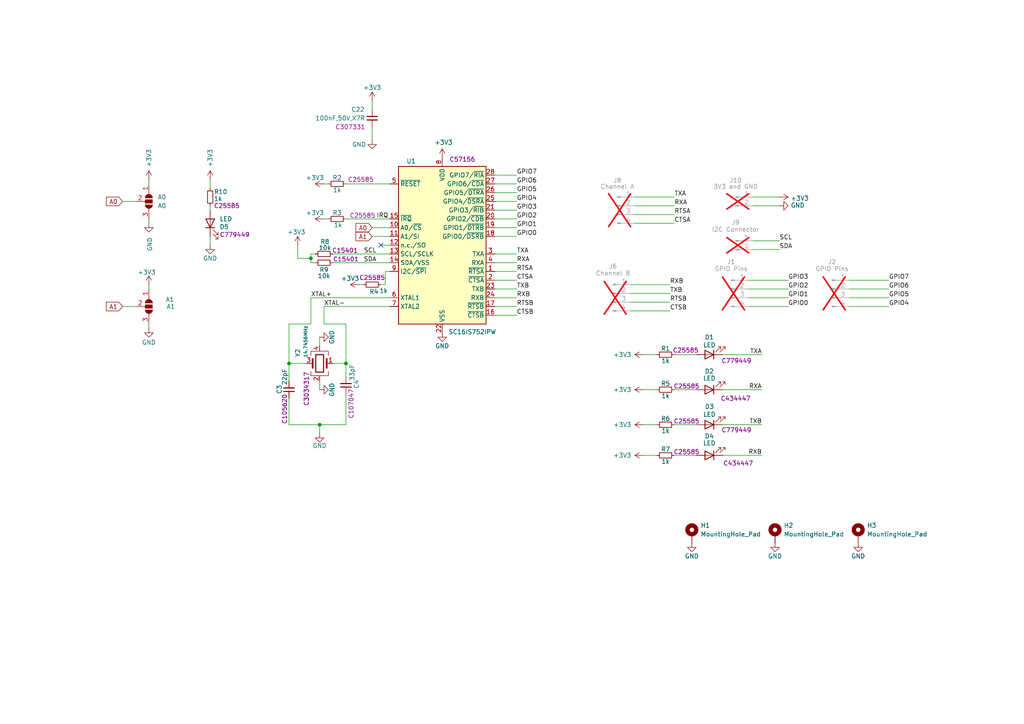
<source format=kicad_sch>
(kicad_sch (version 20250114) (generator "eeschema") (generator_version "9.0")
  (paper "A4")
  (lib_symbols
    (symbol "100nF,50V,X7R _1"
      (property "Reference" "C4" (at 2.54 0.635 0))
      (property "Value" "100nF,50V,X7R" (at 2.54 -1.905 0))
      (property "LCSC" "C307331" (at 6.35 -3.81 0))
      (symbol "100nF,50V,X7R _1_0_0"
        (polyline (pts (xy -1.524 0.508) (xy 1.524 0.508)) (stroke (width 0.3048)))
        (polyline (pts (xy -1.524 -0.508) (xy 1.524 -0.508)) (stroke (width 0.3048)))
        (pin passive line (at 0 2.54 270) (length 2.032) (name "~") (number "1"))
        (pin passive line (at 0 -2.54 90) (length 2.032) (name "~") (number "2"))
      )
    )
    (symbol "Connector:Conn_01x02_Pin" (pin_names (offset 1.016) (hide yes))
      (property "Reference" "J" (at 0 2.54 0))
      (property "Value" "Conn_01x02_Pin" (at 0 -5.08 0))
      (symbol "Conn_01x02_Pin_1_1"
        (rectangle (start 0.8636 0.127) (end 0 -0.127) (stroke (width 0.1524)) (fill (type outline)))
        (rectangle (start 0.8636 -2.413) (end 0 -2.667) (stroke (width 0.1524)) (fill (type outline)))
        (polyline (pts (xy 1.27 0) (xy 0.8636 0)) (stroke (width 0.1524)))
        (polyline (pts (xy 1.27 -2.54) (xy 0.8636 -2.54)) (stroke (width 0.1524)))
        (pin passive line (at 5.08 0 180) (length 3.81) (name "Pin_1") (number "1"))
        (pin passive line (at 5.08 -2.54 180) (length 3.81) (name "Pin_2") (number "2"))
      )
    )
    (symbol "Connector:Conn_01x04_Pin" (pin_names (offset 1.016) (hide yes))
      (property "Reference" "J" (at 0 5.08 0))
      (property "Value" "Conn_01x04_Pin" (at 0 -7.62 0))
      (symbol "Conn_01x04_Pin_1_1"
        (rectangle (start 0.8636 2.667) (end 0 2.413) (stroke (width 0.1524)) (fill (type outline)))
        (rectangle (start 0.8636 0.127) (end 0 -0.127) (stroke (width 0.1524)) (fill (type outline)))
        (rectangle (start 0.8636 -2.413) (end 0 -2.667) (stroke (width 0.1524)) (fill (type outline)))
        (rectangle (start 0.8636 -4.953) (end 0 -5.207) (stroke (width 0.1524)) (fill (type outline)))
        (polyline (pts (xy 1.27 2.54) (xy 0.8636 2.54)) (stroke (width 0.1524)))
        (polyline (pts (xy 1.27 0) (xy 0.8636 0)) (stroke (width 0.1524)))
        (polyline (pts (xy 1.27 -2.54) (xy 0.8636 -2.54)) (stroke (width 0.1524)))
        (polyline (pts (xy 1.27 -5.08) (xy 0.8636 -5.08)) (stroke (width 0.1524)))
        (pin passive line (at 5.08 2.54 180) (length 3.81) (name "Pin_1") (number "1"))
        (pin passive line (at 5.08 0 180) (length 3.81) (name "Pin_2") (number "2"))
        (pin passive line (at 5.08 -2.54 180) (length 3.81) (name "Pin_3") (number "3"))
        (pin passive line (at 5.08 -5.08 180) (length 3.81) (name "Pin_4") (number "4"))
      )
    )
    (symbol "Device:C_Small" (pin_numbers (hide yes)) (pin_names (offset 0.254) (hide yes))
      (property "Reference" "C" (at 0.254 1.778 0))
      (property "Value" "C_Small" (at 0.254 -2.032 0))
      (symbol "C_Small_0_1"
        (polyline (pts (xy -1.524 0.508) (xy 1.524 0.508)) (stroke (width 0.3048)))
        (polyline (pts (xy -1.524 -0.508) (xy 1.524 -0.508)) (stroke (width 0.3302)))
      )
      (symbol "C_Small_1_1"
        (pin passive line (at 0 2.54 270) (length 2.032) (name "~") (number "1"))
        (pin passive line (at 0 -2.54 90) (length 2.032) (name "~") (number "2"))
      )
    )
    (symbol "Device:Crystal_GND24" (pin_names (offset 1.016) (hide yes))
      (property "Reference" "Y" (at 3.175 5.08 0))
      (property "Value" "Crystal_GND24" (at 3.175 3.175 0))
      (symbol "Crystal_GND24_0_1"
        (polyline (pts (xy -2.54 2.286) (xy -2.54 3.556) (xy 2.54 3.556) (xy 2.54 2.286)))
        (polyline (pts (xy -2.54 0) (xy -2.032 0)))
        (polyline (pts (xy -2.54 -2.286) (xy -2.54 -3.556) (xy 2.54 -3.556) (xy 2.54 -2.286)))
        (polyline (pts (xy -2.032 -1.27) (xy -2.032 1.27)) (stroke (width 0.508)))
        (rectangle (start -1.143 2.54) (end 1.143 -2.54) (stroke (width 0.3048)))
        (polyline (pts (xy 0 3.556) (xy 0 3.81)))
        (polyline (pts (xy 0 -3.81) (xy 0 -3.556)))
        (polyline (pts (xy 2.032 0) (xy 2.54 0)))
        (polyline (pts (xy 2.032 -1.27) (xy 2.032 1.27)) (stroke (width 0.508)))
      )
      (symbol "Crystal_GND24_1_1"
        (pin passive line (at -3.81 0 0) (length 1.27) (name "1") (number "1"))
        (pin passive line (at 0 5.08 270) (length 1.27) (name "2") (number "2"))
        (pin passive line (at 0 -5.08 90) (length 1.27) (name "4") (number "4"))
        (pin passive line (at 3.81 0 180) (length 1.27) (name "3") (number "3"))
      )
    )
    (symbol "Device:LED" (pin_numbers (hide yes)) (pin_names (offset 1.016) (hide yes))
      (property "Reference" "D" (at 0 2.54 0))
      (property "Value" "LED" (at 0 -2.54 0))
      (symbol "LED_0_1"
        (polyline (pts (xy -3.048 -0.762) (xy -4.572 -2.286) (xy -3.81 -2.286) (xy -4.572 -2.286) (xy -4.572 -1.524)))
        (polyline (pts (xy -1.778 -0.762) (xy -3.302 -2.286) (xy -2.54 -2.286) (xy -3.302 -2.286) (xy -3.302 -1.524)))
        (polyline (pts (xy -1.27 0) (xy 1.27 0)))
        (polyline (pts (xy -1.27 -1.27) (xy -1.27 1.27)) (stroke (width 0.254)))
        (polyline (pts (xy 1.27 -1.27) (xy 1.27 1.27) (xy -1.27 0) (xy 1.27 -1.27)) (stroke (width 0.254)))
      )
      (symbol "LED_1_1"
        (pin passive line (at -3.81 0 0) (length 2.54) (name "K") (number "1"))
        (pin passive line (at 3.81 0 180) (length 2.54) (name "A") (number "2"))
      )
    )
    (symbol "Device:R_Small" (pin_numbers (hide yes)) (pin_names (offset 0.254) (hide yes))
      (property "Reference" "R" (at 0 0 90))
      (property "Value" "R_Small" (at 1.778 0 90))
      (symbol "R_Small_0_1"
        (rectangle (start -0.762 1.778) (end 0.762 -1.778) (stroke (width 0.2032)))
      )
      (symbol "R_Small_1_1"
        (pin passive line (at 0 2.54 270) (length 0.762) (name "~") (number "1"))
        (pin passive line (at 0 -2.54 90) (length 0.762) (name "~") (number "2"))
      )
    )
    (symbol "Interface_UART:SC16IS752IPW"
      (property "Reference" "U" (at -11.43 24.13 0))
      (property "Value" "SC16IS752IPW" (at 7.62 24.13 0))
      (symbol "SC16IS752IPW_0_1"
        (rectangle (start -12.7 22.86) (end 12.7 -22.86) (stroke (width 0.254)) (fill (type background)))
      )
      (symbol "SC16IS752IPW_1_1"
        (pin input line (at -15.24 17.78 0) (length 2.54) (name "~{RESET}") (number "5"))
        (pin open_collector line (at -15.24 7.62 0) (length 2.54) (name "~{IRQ}") (number "15"))
        (pin input line (at -15.24 5.08 0) (length 2.54) (name "A0/~{CS}") (number "10"))
        (pin input line (at -15.24 2.54 0) (length 2.54) (name "A1/SI") (number "11"))
        (pin output line (at -15.24 0 0) (length 2.54) (name "n.c./SO") (number "12"))
        (pin input line (at -15.24 -2.54 0) (length 2.54) (name "SCL/SCLK") (number "13"))
        (pin bidirectional line (at -15.24 -5.08 0) (length 2.54) (name "SDA/VSS") (number "14"))
        (pin input line (at -15.24 -7.62 0) (length 2.54) (name "I2C/~{SPI}") (number "9"))
        (pin input line (at -15.24 -15.24 0) (length 2.54) (name "XTAL1") (number "6"))
        (pin output line (at -15.24 -17.78 0) (length 2.54) (name "XTAL2") (number "7"))
        (pin power_in line (at 0 25.4 270) (length 2.54) (name "VDD") (number "8"))
        (pin power_in line (at 0 -25.4 90) (length 2.54) (name "VSS") (number "22"))
        (pin bidirectional line (at 15.24 20.32 180) (length 2.54) (name "GPIO7/~{RIA}") (number "28"))
        (pin bidirectional line (at 15.24 17.78 180) (length 2.54) (name "GPIO6/~{CDA}") (number "27"))
        (pin bidirectional line (at 15.24 15.24 180) (length 2.54) (name "GPIO5/~{DTRA}") (number "26"))
        (pin bidirectional line (at 15.24 12.7 180) (length 2.54) (name "GPIO4/~{DSRA}") (number "25"))
        (pin bidirectional line (at 15.24 10.16 180) (length 2.54) (name "GPIO3/~{RIB}") (number "21"))
        (pin bidirectional line (at 15.24 7.62 180) (length 2.54) (name "GPIO2/~{CDB}") (number "20"))
        (pin bidirectional line (at 15.24 5.08 180) (length 2.54) (name "GPIO1/~{DTRB}") (number "19"))
        (pin bidirectional line (at 15.24 2.54 180) (length 2.54) (name "GPIO0/~{DSRB}") (number "18"))
        (pin output line (at 15.24 -2.54 180) (length 2.54) (name "TXA") (number "3"))
        (pin input line (at 15.24 -5.08 180) (length 2.54) (name "RXA") (number "4"))
        (pin output line (at 15.24 -7.62 180) (length 2.54) (name "~{RTSA}") (number "1"))
        (pin input line (at 15.24 -10.16 180) (length 2.54) (name "~{CTSA}") (number "2"))
        (pin output line (at 15.24 -12.7 180) (length 2.54) (name "TXB") (number "23"))
        (pin input line (at 15.24 -15.24 180) (length 2.54) (name "RXB") (number "24"))
        (pin output line (at 15.24 -17.78 180) (length 2.54) (name "~{RTSB}") (number "17"))
        (pin input line (at 15.24 -20.32 180) (length 2.54) (name "~{CTSB}") (number "16"))
      )
    )
    (symbol "Jumper:SolderJumper_3_Open" (pin_names (offset 0) (hide yes)) (in_bom no)
      (property "Reference" "JP" (at -2.54 -2.54 0))
      (property "Value" "SolderJumper_3_Open" (at 0 2.794 0))
      (symbol "SolderJumper_3_Open_0_1"
        (polyline (pts (xy -2.54 0) (xy -2.032 0)))
        (polyline (pts (xy -1.016 1.016) (xy -1.016 -1.016)))
        (arc (start -1.016 -1.016) (mid -2.0276 0) (end -1.016 1.016))
        (arc (start -1.016 -1.016) (mid -2.0276 0) (end -1.016 1.016) (fill (type outline)))
        (rectangle (start -0.508 1.016) (end 0.508 -1.016) (fill (type outline)))
        (polyline (pts (xy 0 -1.27) (xy 0 -1.016)))
        (arc (start 1.016 1.016) (mid 2.0276 0) (end 1.016 -1.016))
        (arc (start 1.016 1.016) (mid 2.0276 0) (end 1.016 -1.016) (fill (type outline)))
        (polyline (pts (xy 1.016 1.016) (xy 1.016 -1.016)))
        (polyline (pts (xy 2.54 0) (xy 2.032 0)))
      )
      (symbol "SolderJumper_3_Open_1_1"
        (pin passive line (at -5.08 0 0) (length 2.54) (name "A") (number "1"))
        (pin passive line (at 0 -3.81 90) (length 2.54) (name "C") (number "2"))
        (pin passive line (at 5.08 0 180) (length 2.54) (name "B") (number "3"))
      )
    )
    (symbol "Mechanical:MountingHole_Pad" (pin_numbers (hide yes)) (pin_names (offset 1.016) (hide yes)) (in_bom no)
      (property "Reference" "H" (at 0 6.35 0))
      (property "Value" "MountingHole_Pad" (at 0 4.445 0))
      (symbol "MountingHole_Pad_0_1"
        (circle (center 0 1.27) (radius 1.27) (stroke (width 1.27)))
      )
      (symbol "MountingHole_Pad_1_1"
        (pin input line (at 0 -2.54 90) (length 2.54) (name "1") (number "1"))
      )
    )
    (symbol "power:+3V3" (power) (pin_numbers (hide yes)) (pin_names (offset 0) (hide yes))
      (property "Value" "+3V3" (at 0 3.556 0))
      (symbol "+3V3_0_1"
        (polyline (pts (xy -0.762 1.27) (xy 0 2.54)))
        (polyline (pts (xy 0 2.54) (xy 0.762 1.27)))
        (polyline (pts (xy 0 0) (xy 0 2.54)))
      )
      (symbol "+3V3_1_1"
        (pin power_in line (at 0 0 90) (length 0) (name "~") (number "1"))
      )
    )
    (symbol "power:GND" (power) (pin_numbers (hide yes)) (pin_names (offset 0) (hide yes))
      (property "Value" "GND" (at 0 -3.81 0))
      (symbol "GND_0_1"
        (polyline (pts (xy 0 0) (xy 0 -1.27) (xy 1.27 -1.27) (xy 0 -2.54) (xy -1.27 -1.27) (xy 0 -1.27)))
      )
      (symbol "GND_1_1"
        (pin power_in line (at 0 0 270) (length 0) (name "~") (number "1"))
      )
    )
  )
  (junction (at 90.17 74.93))
  (junction (at 92.71 123.19))
  (junction (at 83.82 105.41))
  (junction (at 100.33 105.41))
  (no_connect (at 110.49 71.12))
  (wire (pts (xy 220.98 123.19) (xy 209.55 123.19)))
  (wire (pts (xy 220.98 102.87) (xy 209.55 102.87)))
  (wire (pts (xy 182.88 85.09) (xy 194.31 85.09)))
  (wire (pts (xy 218.44 59.69) (xy 226.06 59.69)))
  (wire (pts (xy 90.17 73.66) (xy 90.17 74.93)))
  (wire (pts (xy 83.82 115.57) (xy 83.82 123.19)))
  (wire (pts (xy 186.69 113.03) (xy 190.5 113.03)))
  (wire (pts (xy 93.98 53.34) (xy 95.25 53.34)))
  (wire (pts (xy 149.86 73.66) (xy 143.51 73.66)))
  (wire (pts (xy 104.1979 82.55) (xy 105.41 82.55)))
  (wire (pts (xy 182.88 82.55) (xy 194.31 82.55)))
  (wire (pts (xy 149.86 91.44) (xy 143.51 91.44)))
  (wire (pts (xy 107.95 36.83) (xy 107.95 40.64)))
  (wire (pts (xy 220.98 113.03) (xy 209.55 113.03)))
  (wire (pts (xy 149.86 60.96) (xy 143.51 60.96)))
  (wire (pts (xy 195.58 123.19) (xy 201.93 123.19)))
  (wire (pts (xy 43.18 82.55) (xy 43.18 83.82)))
  (wire (pts (xy 107.95 66.04) (xy 113.03 66.04)))
  (wire (pts (xy 149.86 63.5) (xy 143.51 63.5)))
  (wire (pts (xy 186.69 123.19) (xy 190.5 123.19)))
  (wire (pts (xy 86.36 74.93) (xy 86.36 71.12)))
  (wire (pts (xy 149.86 53.34) (xy 143.51 53.34)))
  (wire (pts (xy 257.81 81.28) (xy 246.3881 81.28)))
  (wire (pts (xy 110.49 82.55) (xy 111.76 82.55)))
  (wire (pts (xy 257.81 86.36) (xy 246.3881 86.36)))
  (wire (pts (xy 90.17 86.36) (xy 90.17 93.98)))
  (wire (pts (xy 93.98 93.98) (xy 100.33 93.98)))
  (wire (pts (xy 35.56 58.42) (xy 39.37 58.42)))
  (wire (pts (xy 96.52 73.66) (xy 113.03 73.66)))
  (wire (pts (xy 83.82 105.41) (xy 88.9 105.41)))
  (wire (pts (xy 195.58 132.08) (xy 201.93 132.08)))
  (wire (pts (xy 226.06 69.85) (xy 218.44 69.85)))
  (wire (pts (xy 43.18 52.07) (xy 43.18 53.34)))
  (wire (pts (xy 149.86 58.42) (xy 143.51 58.42)))
  (wire (pts (xy 86.36 74.93) (xy 90.17 74.93)))
  (wire (pts (xy 194.31 87.63) (xy 182.88 87.63)))
  (wire (pts (xy 217.17 81.28) (xy 228.6 81.28)))
  (wire (pts (xy 92.71 97.79) (xy 92.71 100.33)))
  (wire (pts (xy 43.18 64.77) (xy 43.18 63.5)))
  (wire (pts (xy 149.86 68.58) (xy 143.51 68.58)))
  (wire (pts (xy 90.17 86.36) (xy 113.03 86.36)))
  (wire (pts (xy 149.86 86.36) (xy 143.51 86.36)))
  (wire (pts (xy 195.58 62.23) (xy 184.15 62.23)))
  (wire (pts (xy 83.82 110.49) (xy 83.82 105.41)))
  (wire (pts (xy 60.96 59.69) (xy 60.96 60.96)))
  (wire (pts (xy 107.95 29.21) (xy 107.95 31.75)))
  (wire (pts (xy 92.71 123.19) (xy 100.33 123.19)))
  (wire (pts (xy 100.33 53.34) (xy 113.03 53.34)))
  (wire (pts (xy 218.44 72.39) (xy 226.06 72.39)))
  (wire (pts (xy 257.81 83.82) (xy 246.3881 83.82)))
  (wire (pts (xy 149.86 81.28) (xy 143.51 81.28)))
  (wire (pts (xy 149.86 83.82) (xy 143.51 83.82)))
  (wire (pts (xy 257.81 88.9) (xy 246.3881 88.9)))
  (wire (pts (xy 194.31 90.17) (xy 182.88 90.17)))
  (wire (pts (xy 218.44 57.15) (xy 226.06 57.15)))
  (wire (pts (xy 96.52 76.2) (xy 113.03 76.2)))
  (wire (pts (xy 217.17 83.82) (xy 228.6 83.82)))
  (wire (pts (xy 43.18 95.25) (xy 43.18 93.98)))
  (wire (pts (xy 186.69 132.08) (xy 190.5 132.08)))
  (wire (pts (xy 83.82 105.41) (xy 83.82 93.98)))
  (wire (pts (xy 195.58 57.15) (xy 184.15 57.15)))
  (wire (pts (xy 100.33 105.41) (xy 100.33 93.98)))
  (wire (pts (xy 217.17 88.9) (xy 228.6 88.9)))
  (wire (pts (xy 35.56 88.9) (xy 39.37 88.9)))
  (wire (pts (xy 93.98 63.5) (xy 95.25 63.5)))
  (wire (pts (xy 90.17 76.2) (xy 90.17 74.93)))
  (wire (pts (xy 100.33 63.5) (xy 113.03 63.5)))
  (wire (pts (xy 149.86 66.04) (xy 143.51 66.04)))
  (wire (pts (xy 195.58 102.87) (xy 201.93 102.87)))
  (wire (pts (xy 92.71 113.03) (xy 92.71 110.49)))
  (wire (pts (xy 195.58 59.69) (xy 184.15 59.69)))
  (wire (pts (xy 149.86 55.88) (xy 143.51 55.88)))
  (wire (pts (xy 90.17 76.2) (xy 91.44 76.2)))
  (wire (pts (xy 195.58 64.77) (xy 184.15 64.77)))
  (wire (pts (xy 110.49 71.12) (xy 113.03 71.12)))
  (wire (pts (xy 149.86 78.74) (xy 143.51 78.74)))
  (wire (pts (xy 186.69 102.87) (xy 190.5 102.87)))
  (wire (pts (xy 149.86 88.9) (xy 143.51 88.9)))
  (wire (pts (xy 111.76 82.55) (xy 111.76 78.74)))
  (wire (pts (xy 195.58 113.03) (xy 201.93 113.03)))
  (wire (pts (xy 92.71 123.19) (xy 92.71 125.73)))
  (wire (pts (xy 96.52 105.41) (xy 100.33 105.41)))
  (wire (pts (xy 83.82 123.19) (xy 92.71 123.19)))
  (wire (pts (xy 90.17 73.66) (xy 91.44 73.66)))
  (wire (pts (xy 220.98 132.08) (xy 209.55 132.08)))
  (wire (pts (xy 149.86 76.2) (xy 143.51 76.2)))
  (wire (pts (xy 217.17 86.36) (xy 228.6 86.36)))
  (wire (pts (xy 100.33 123.19) (xy 100.33 114.3)))
  (wire (pts (xy 107.95 68.58) (xy 113.03 68.58)))
  (wire (pts (xy 93.98 88.9) (xy 93.98 93.98)))
  (wire (pts (xy 83.82 93.98) (xy 90.17 93.98)))
  (wire (pts (xy 100.33 109.22) (xy 100.33 105.41)))
  (wire (pts (xy 60.96 71.12) (xy 60.96 68.58)))
  (wire (pts (xy 93.98 88.9) (xy 113.03 88.9)))
  (wire (pts (xy 111.76 78.74) (xy 113.03 78.74)))
  (wire (pts (xy 60.96 52.07) (xy 60.96 54.61)))
  (wire (pts (xy 149.86 50.8) (xy 143.51 50.8)))
  (label "CTSB" (at 149.86 91.44 0))
  (label "TXB" (at 194.31 85.09 0))
  (label "GPIO3" (at 228.6 81.28 0))
  (label "GPIO4" (at 149.86 58.42 0))
  (label "TXA" (at 220.98 102.87 180))
  (label "GPIO2" (at 228.6 83.82 0))
  (label "GPIO0" (at 149.86 68.58 0))
  (label "RTSB" (at 194.31 87.63 0))
  (label "XTAL-" (at 93.98 88.9 0))
  (label "GPIO3" (at 149.86 60.96 0))
  (label "RXB" (at 194.31 82.55 0))
  (label "IRQ" (at 109.22 63.5 0))
  (label "SCL" (at 109.22 73.66 180))
  (label "CTSB" (at 194.31 90.17 0))
  (label "GPIO7" (at 257.81 81.28 0))
  (label "GPIO1" (at 228.6 86.36 0))
  (label "RXA" (at 220.98 113.03 180))
  (label "XTAL+" (at 90.17 86.36 0))
  (label "RXA" (at 149.86 76.2 0))
  (label "GPIO2" (at 149.86 63.5 0))
  (label "GPIO5" (at 149.86 55.88 0))
  (label "RTSA" (at 149.86 78.74 0))
  (label "GPIO0" (at 228.6 88.9 0))
  (label "TXA" (at 195.58 57.15 0))
  (label "RXB" (at 149.86 86.36 0))
  (label "TXB" (at 220.98 123.19 180))
  (label "CTSA" (at 195.58 64.77 0))
  (label "GPIO4" (at 257.81 88.9 0))
  (label "GPIO7" (at 149.86 50.8 0))
  (label "SDA" (at 109.22 76.2 180))
  (label "RTSB" (at 149.86 88.9 0))
  (label "RTSA" (at 195.58 62.23 0))
  (label "GPIO5" (at 257.81 86.36 0))
  (label "GPIO6" (at 149.86 53.34 0))
  (label "GPIO1" (at 149.86 66.04 0))
  (label "TXA" (at 149.86 73.66 0))
  (label "SCL" (at 226.06 69.85 0))
  (label "TXB" (at 149.86 83.82 0))
  (label "RXA" (at 195.58 59.69 0))
  (label "CTSA" (at 149.86 81.28 0))
  (label "RXB" (at 220.98 132.08 180))
  (label "SDA" (at 226.06 72.39 0))
  (label "GPIO6" (at 257.81 83.82 0))
  (global_label "A0" (shape input) (at 107.95 66.04 180) (property "Intersheetrefs" "${INTERSHEET_REFS}" (effects (hide yes))))
  (global_label "A1" (shape input) (at 35.56 88.9 180) (property "Intersheetrefs" "${INTERSHEET_REFS}" (effects (hide yes))))
  (global_label "A0" (shape input) (at 35.56 58.42 180) (property "Intersheetrefs" "${INTERSHEET_REFS}" (effects (hide yes))))
  (global_label "A1" (shape input) (at 107.95 68.58 180) (property "Intersheetrefs" "${INTERSHEET_REFS}" (effects (hide yes))))
  (symbol (lib_id "power:GND") (at 92.71 125.73 0) (unit 1)
    (property "Reference" "#PWR013" (effects (hide yes)))
    (property "Value" "GND" (at 94.742 129.286 0) (effects (justify right)))
  )
  (symbol (lib_id "Device:R_Small") (at 97.79 53.34 270) (unit 1)
    (property "Reference" "R2" (at 97.79 51.562 90))
    (property "Value" "1k" (at 97.79 55.118 90))
    (property "Footprint" "Resistor_SMD:R_0603_1608Metric" (effects (hide yes)))
    (property "LCSC" "C25585" (at 104.648 52.07 90))
  )
  (symbol (lib_id "Device:LED") (at 205.74 123.19 180) (unit 1)
    (property "Reference" "D3" (at 205.7668 117.9257 0))
    (property "Value" "LED" (at 205.7668 120.2117 0))
    (property "Footprint" "LED_SMD:LED_0402_1005Metric" (effects (hide yes)))
    (property "Description" "Light emitting diode" (effects (hide yes)))
    (property "Sim.Pins" "1=K 2=A" (effects (hide yes)))
    (property "LCSC" "C779449" (at 213.614 124.714 0))
  )
  (symbol (lib_id "Device:Crystal_GND24") (at 92.71 105.41 180) (unit 1)
    (property "Reference" "Y2" (at 86.36 102.362 90))
    (property "Value" "14.7456MHz" (at 88.646 99.06 90) (effects (font (size 0.9906 0.9906))))
    (property "Footprint" "Crystal:Crystal_SMD_3225-4Pin_3.2x2.5mm" (effects (hide yes)))
    (property "Description" "Four pin crystal, GND on pins 2 and 4" (effects (hide yes)))
    (property "LCSC" "C3034317" (at 88.9 112.776 90))
  )
  (symbol (lib_id "Device:R_Small") (at 60.96 57.15 0) (unit 1)
    (property "Reference" "R10" (at 64.008 55.626 0))
    (property "Value" "1k" (at 63.246 57.658 0))
    (property "Footprint" "Resistor_SMD:R_0603_1608Metric" (effects (hide yes)))
    (property "LCSC" "C25585" (at 65.786 59.69 0))
  )
  (symbol (lib_id "Interface_UART:SC16IS752IPW") (at 128.27 71.12 0) (unit 1)
    (property "Reference" "U1" (at 117.856 46.736 0) (effects (justify left)))
    (property "Value" "SC16IS752IPW" (at 130.048 96.266 0) (effects (justify left)))
    (property "Footprint" "Package_SO:TSSOP-28_4.4x9.7mm_P0.65mm" (effects (hide yes)))
    (property "Datasheet" "https://www.nxp.com/docs/en/data-sheet/SC16IS752_SC16IS762.pdf" (effects (hide yes)))
    (property "Description" "Dual UART with I2C/SPI interface, 64 bytes of transmit and receive FIFOs, IrDA SIR built-in support, TSSOP-28" (effects (hide yes)))
    (property "LCSC" "C57156" (at 134.112 46.228 0))
  )
  (symbol (lib_id "Device:LED") (at 60.96 64.77 90) (unit 1)
    (property "Reference" "D5" (at 65.024 65.786 90))
    (property "Value" "LED" (at 65.532 63.5 90))
    (property "Footprint" "LED_SMD:LED_0402_1005Metric" (effects (hide yes)))
    (property "Description" "Light emitting diode" (effects (hide yes)))
    (property "Sim.Pins" "1=K 2=A" (effects (hide yes)))
    (property "LCSC" "C779449" (at 68.072 68.072 90))
  )
  (symbol (lib_id "power:+3V3") (at 226.06 57.15 270) (unit 1)
    (property "Reference" "#PWR023" (effects (hide yes)))
    (property "Value" "+3V3" (at 229.3112 57.531 90) (effects (justify left)))
  )
  (symbol (lib_id "power:+3V3") (at 43.18 82.55 0) (unit 1)
    (property "Reference" "#PWR01" (effects (hide yes)))
    (property "Value" "+3V3" (at 39.878 78.994 0) (effects (justify left)))
  )
  (symbol (lib_id "Device:LED") (at 205.74 113.03 180) (unit 1)
    (property "Reference" "D2" (at 205.74 107.696 0))
    (property "Value" "LED" (at 205.74 109.728 0))
    (property "Footprint" "LED_SMD:LED_0402_1005Metric" (effects (hide yes)))
    (property "Description" "Light emitting diode" (effects (hide yes)))
    (property "Sim.Pins" "1=K 2=A" (effects (hide yes)))
    (property "LCSC" "C434447" (at 213.36 115.57 0))
  )
  (symbol (lib_id "power:+3V3") (at 107.95 29.21 0) (unit 1)
    (property "Reference" "#PWR097" (effects (hide yes)))
    (property "Value" "+3V3" (at 107.95 25.4 0))
  )
  (symbol (lib_id "Device:C_Small") (at 83.82 113.03 180) (unit 1)
    (property "Reference" "C3" (at 81.026 114.3 90) (effects (justify right)))
    (property "Value" "22pF" (at 82.55 111.76 90) (effects (justify right)))
    (property "Footprint" "Capacitor_SMD:C_0603_1608Metric" (effects (hide yes)))
    (property "LCSC" "C105620" (at 82.55 118.618 90))
  )
  (symbol (lib_id "power:+3V3") (at 186.69 102.87 90) (unit 1)
    (property "Reference" "#PWR07" (effects (hide yes)))
    (property "Value" "+3V3" (at 183.134 102.87 90) (effects (justify left)))
  )
  (symbol (lib_name "100nF,50V,X7R _1") (lib_id "jlcpcb-basic-capacitor-0402:100nF,50V,X7R ") (at 107.95 34.29 0) (unit 1)
    (property "Reference" "C22" (at 101.854 31.75 0) (effects (justify left)))
    (property "Value" "100nF,50V,X7R" (at 91.44 34.29 0) (effects (justify left)))
    (property "Footprint" "Capacitor_SMD:C_0402_1005Metric" (effects (hide yes)))
    (property "Datasheet" "https://datasheet.lcsc.com/lcsc/1810191222_Samsung-Electro-Mechanics-CL05B104KB54PNC_C307331.pdf" (effects (hide yes)))
    (property "LCSC" "C307331" (at 101.6 36.83 0))
    (property "MFG" "Samsung Electro-Mechanics" (effects (hide yes)))
    (property "MFGPN" "CL05B104KB54PNC" (effects (hide yes)))
  )
  (symbol (lib_id "Jumper:SolderJumper_3_Open") (at 43.18 88.9 270) (unit 1) (in_bom no)
    (property "Reference" "A1" (at 49.53 88.9 90))
    (property "Value" "A1" (at 49.276 86.868 90))
    (property "Footprint" "Jumper:SolderJumper-3_P1.3mm_Open_Pad1.0x1.5mm_NumberLabels" (effects (hide yes)))
    (property "Description" "Solder Jumper, 3-pole, open" (effects (hide yes)))
  )
  (symbol (lib_id "Device:R_Small") (at 93.98 73.66 270) (unit 1)
    (property "Reference" "R8" (at 94.234 70.104 90))
    (property "Value" "10k" (at 94.234 71.882 90))
    (property "Footprint" "Resistor_SMD:R_0603_1608Metric" (effects (hide yes)))
    (property "LCSC" "C15401" (at 100.076 72.644 90))
  )
  (symbol (lib_id "power:+3V3") (at 43.18 52.07 0) (unit 1)
    (property "Reference" "#PWR011" (effects (hide yes)))
    (property "Value" "+3V3" (at 43.18 48.514 90) (effects (justify left)))
  )
  (symbol (lib_id "power:GND") (at 248.92 157.48 0) (unit 1)
    (property "Reference" "#PWR018" (effects (hide yes)))
    (property "Value" "GND" (at 250.952 161.29 0) (effects (justify right)))
  )
  (symbol (lib_id "power:GND") (at 92.71 97.79 90) (unit 1)
    (property "Reference" "#PWR022" (effects (hide yes)))
    (property "Value" "GND" (at 96.266 95.758 0) (effects (justify right)))
  )
  (symbol (lib_id "power:+3V3") (at 104.1979 82.55 90) (unit 1)
    (property "Reference" "#PWR015" (effects (hide yes)))
    (property "Value" "+3V3" (at 104.1979 80.772 90) (effects (justify left)))
  )
  (symbol (lib_id "power:+3V3") (at 128.27 45.72 0) (unit 1)
    (property "Reference" "#PWR016" (effects (hide yes)))
    (property "Value" "+3V3" (at 128.651 41.3258 0))
  )
  (symbol (lib_id "power:GND") (at 43.18 64.77 0) (unit 1)
    (property "Reference" "#PWR012" (effects (hide yes)))
    (property "Value" "GND" (at 43.434 68.834 90) (effects (justify right)))
  )
  (symbol (lib_id "Jumper:SolderJumper_3_Open") (at 43.18 58.42 270) (unit 1) (in_bom no)
    (property "Reference" "A0" (at 45.72 57.1499 90) (effects (justify left)))
    (property "Value" "A0" (at 45.72 59.6899 90) (effects (justify left)))
    (property "Footprint" "Jumper:SolderJumper-3_P1.3mm_Open_Pad1.0x1.5mm_NumberLabels" (effects (hide yes)))
    (property "Description" "Solder Jumper, 3-pole, open" (effects (hide yes)))
  )
  (symbol (lib_id "Device:R_Small") (at 107.95 82.55 270) (unit 1)
    (property "Reference" "R4" (at 108.458 84.582 90))
    (property "Value" "1k" (at 111.252 84.328 90))
    (property "Footprint" "Resistor_SMD:R_0603_1608Metric" (effects (hide yes)))
    (property "LCSC" "C25585" (at 107.95 80.518 90))
  )
  (symbol (lib_id "power:GND") (at 60.96 71.12 0) (unit 1)
    (property "Reference" "#PWR020" (effects (hide yes)))
    (property "Value" "GND" (at 62.992 74.93 0) (effects (justify right)))
  )
  (symbol (lib_id "Mechanical:MountingHole_Pad") (at 248.92 154.94 0) (unit 1) (in_bom no)
    (property "Reference" "H3" (at 251.46 152.3999 0) (effects (justify left)))
    (property "Value" "MountingHole_Pad" (at 251.46 154.9399 0) (effects (justify left)))
    (property "Footprint" "MountingHole:MountingHole_2.2mm_M2_ISO7380_Pad" (effects (hide yes)))
    (property "Description" "Mounting Hole with connection" (effects (hide yes)))
  )
  (symbol (lib_id "Mechanical:MountingHole_Pad") (at 224.79 154.94 0) (unit 1) (in_bom no)
    (property "Reference" "H2" (at 227.33 152.3999 0) (effects (justify left)))
    (property "Value" "MountingHole_Pad" (at 227.33 154.9399 0) (effects (justify left)))
    (property "Footprint" "MountingHole:MountingHole_2.2mm_M2_ISO7380_Pad" (effects (hide yes)))
    (property "Description" "Mounting Hole with connection" (effects (hide yes)))
  )
  (symbol (lib_id "Device:R_Small") (at 193.04 102.87 270) (unit 1)
    (property "Reference" "R1" (at 193.04 101.092 90))
    (property "Value" "1k" (at 193.04 104.648 90))
    (property "Footprint" "Resistor_SMD:R_0603_1608Metric" (effects (hide yes)))
    (property "LCSC" "C25585" (at 198.882 101.6 90))
  )
  (symbol (lib_id "power:GND") (at 224.79 157.48 0) (unit 1)
    (property "Reference" "#PWR017" (effects (hide yes)))
    (property "Value" "GND" (at 226.822 161.29 0) (effects (justify right)))
  )
  (symbol (lib_id "Device:R_Small") (at 193.04 113.03 270) (unit 1)
    (property "Reference" "R5" (at 193.04 111.252 90))
    (property "Value" "1k" (at 193.04 114.808 90))
    (property "Footprint" "Resistor_SMD:R_0603_1608Metric" (effects (hide yes)))
    (property "LCSC" "C25585" (at 199.136 112.014 90))
  )
  (symbol (lib_id "Connector:Conn_01x04_Pin") (at 179.07 59.69 0) (unit 1) (in_bom no) (dnp yes)
    (property "Reference" "J8" (at 179.07 52.324 0))
    (property "Value" "Channel A" (at 179.07 54.102 0))
    (property "Footprint" "Connector_PinHeader_2.54mm:PinHeader_1x04_P2.54mm_Vertical" (effects (hide yes)))
    (property "Description" "Generic connector, single row, 01x04, script generated" (effects (hide yes)))
  )
  (symbol (lib_id "Connector:Conn_01x04_Pin") (at 177.8 85.09 0) (unit 1) (in_bom no) (dnp yes)
    (property "Reference" "J6" (at 177.8 77.216 0))
    (property "Value" "Channel B" (at 177.8 79.248 0))
    (property "Footprint" "Connector_PinHeader_2.54mm:PinHeader_1x04_P2.54mm_Vertical" (effects (hide yes)))
    (property "Description" "Generic connector, single row, 01x04, script generated" (effects (hide yes)))
  )
  (symbol (lib_id "Device:R_Small") (at 193.04 132.08 270) (unit 1)
    (property "Reference" "R7" (at 193.04 130.302 90))
    (property "Value" "1k" (at 193.04 133.858 90))
    (property "Footprint" "Resistor_SMD:R_0603_1608Metric" (effects (hide yes)))
    (property "LCSC" "C25585" (at 199.136 131.064 90))
  )
  (symbol (lib_id "Connector:Conn_01x04_Pin") (at 212.09 83.82 0) (unit 1) (in_bom no) (dnp yes)
    (property "Reference" "J1" (at 212.09 75.946 0))
    (property "Value" "GPIO Pins" (at 212.09 77.978 0))
    (property "Footprint" "Connector_PinHeader_2.54mm:PinHeader_1x04_P2.54mm_Vertical" (effects (hide yes)))
    (property "Description" "Generic connector, single row, 01x04, script generated" (effects (hide yes)))
  )
  (symbol (lib_id "power:GND") (at 200.66 157.48 0) (unit 1)
    (property "Reference" "#PWR06" (effects (hide yes)))
    (property "Value" "GND" (at 202.692 161.29 0) (effects (justify right)))
  )
  (symbol (lib_id "power:GND") (at 92.71 113.03 90) (unit 1)
    (property "Reference" "#PWR021" (effects (hide yes)))
    (property "Value" "GND" (at 96.266 110.998 0) (effects (justify right)))
  )
  (symbol (lib_id "power:GND") (at 128.27 96.52 0) (unit 1)
    (property "Reference" "#PWR014" (effects (hide yes)))
    (property "Value" "GND" (at 130.302 100.33 0) (effects (justify right)))
  )
  (symbol (lib_id "Device:R_Small") (at 93.98 76.2 270) (unit 1)
    (property "Reference" "R9" (at 93.98 78.232 90))
    (property "Value" "10k" (at 93.98 80.01 90))
    (property "Footprint" "Resistor_SMD:R_0603_1608Metric" (effects (hide yes)))
    (property "LCSC" "C15401" (at 100.33 75.184 90))
  )
  (symbol (lib_id "power:+3V3") (at 186.69 113.03 90) (unit 1)
    (property "Reference" "#PWR08" (effects (hide yes)))
    (property "Value" "+3V3" (at 183.134 113.03 90) (effects (justify left)))
  )
  (symbol (lib_id "Mechanical:MountingHole_Pad") (at 200.66 154.94 0) (unit 1) (in_bom no)
    (property "Reference" "H1" (at 203.2 152.3999 0) (effects (justify left)))
    (property "Value" "MountingHole_Pad" (at 203.2 154.9399 0) (effects (justify left)))
    (property "Footprint" "MountingHole:MountingHole_2.2mm_M2_ISO7380_Pad" (effects (hide yes)))
    (property "Description" "Mounting Hole with connection" (effects (hide yes)))
  )
  (symbol (lib_id "power:GND") (at 107.95 40.64 0) (unit 1)
    (property "Reference" "#PWR096" (effects (hide yes)))
    (property "Value" "GND" (at 104.14 41.91 0))
  )
  (symbol (lib_id "Connector:Conn_01x04_Pin") (at 241.3081 83.82 0) (unit 1) (in_bom no) (dnp yes)
    (property "Reference" "J2" (at 241.3081 75.946 0))
    (property "Value" "GPIO Pins" (at 241.3081 77.978 0))
    (property "Footprint" "Connector_PinHeader_2.54mm:PinHeader_1x04_P2.54mm_Vertical" (effects (hide yes)))
    (property "Description" "Generic connector, single row, 01x04, script generated" (effects (hide yes)))
  )
  (symbol (lib_id "Device:C_Small") (at 100.33 111.76 180) (unit 1)
    (property "Reference" "C4" (at 103.378 112.776 90) (effects (justify right)))
    (property "Value" "33pF" (at 102.108 110.49 90) (effects (justify right)))
    (property "Footprint" "Capacitor_SMD:C_0603_1608Metric" (effects (hide yes)))
    (property "LCSC" "C107047" (at 101.854 117.094 90))
  )
  (symbol (lib_id "Connector:Conn_01x02_Pin") (at 213.36 69.85 0) (unit 1) (in_bom no) (dnp yes)
    (property "Reference" "J9" (at 213.36 64.516 0))
    (property "Value" "I2C Connector" (at 213.36 66.548 0))
    (property "Footprint" "Connector_PinHeader_2.54mm:PinHeader_1x02_P2.54mm_Vertical" (effects (hide yes)))
    (property "Description" "Generic connector, single row, 01x02, script generated" (effects (hide yes)))
  )
  (symbol (lib_id "power:+3V3") (at 60.96 52.07 0) (unit 1)
    (property "Reference" "#PWR019" (effects (hide yes)))
    (property "Value" "+3V3" (at 60.96 48.514 90) (effects (justify left)))
  )
  (symbol (lib_id "power:+3V3") (at 186.69 132.08 90) (unit 1)
    (property "Reference" "#PWR010" (effects (hide yes)))
    (property "Value" "+3V3" (at 183.134 132.08 90) (effects (justify left)))
  )
  (symbol (lib_id "Device:R_Small") (at 193.04 123.19 270) (unit 1)
    (property "Reference" "R6" (at 193.04 121.412 90))
    (property "Value" "1k" (at 193.04 124.968 90))
    (property "Footprint" "Resistor_SMD:R_0603_1608Metric" (effects (hide yes)))
    (property "LCSC" "C25585" (at 199.136 122.174 90))
  )
  (symbol (lib_id "power:+3V3") (at 186.69 123.19 90) (unit 1)
    (property "Reference" "#PWR09" (effects (hide yes)))
    (property "Value" "+3V3" (at 183.134 123.19 90) (effects (justify left)))
  )
  (symbol (lib_id "Device:LED") (at 205.74 132.08 180) (unit 1)
    (property "Reference" "D4" (at 205.74 126.492 0))
    (property "Value" "LED" (at 205.74 128.524 0))
    (property "Footprint" "LED_SMD:LED_0402_1005Metric" (effects (hide yes)))
    (property "Description" "Light emitting diode" (effects (hide yes)))
    (property "Sim.Pins" "1=K 2=A" (effects (hide yes)))
    (property "LCSC" "C434447" (at 214.122 134.366 0))
  )
  (symbol (lib_id "power:+3V3") (at 86.36 71.12 0) (unit 1)
    (property "Reference" "#PWR05" (effects (hide yes)))
    (property "Value" "+3V3" (at 83.312 67.31 0) (effects (justify left)))
  )
  (symbol (lib_id "Device:R_Small") (at 97.79 63.5 270) (unit 1)
    (property "Reference" "R3" (at 97.79 61.722 90))
    (property "Value" "1k" (at 98.044 65.278 90))
    (property "Footprint" "Resistor_SMD:R_0603_1608Metric" (effects (hide yes)))
    (property "LCSC" "C25585" (at 105.156 62.484 90))
  )
  (symbol (lib_id "power:GND") (at 226.06 59.69 90) (unit 1)
    (property "Reference" "#PWR024" (effects (hide yes)))
    (property "Value" "GND" (at 229.3112 59.563 90) (effects (justify right)))
  )
  (symbol (lib_id "power:+3V3") (at 93.98 63.5 90) (unit 1)
    (property "Reference" "#PWR04" (effects (hide yes)))
    (property "Value" "+3V3" (at 93.98 61.722 90) (effects (justify left)))
  )
  (symbol (lib_id "power:GND") (at 43.18 95.25 0) (unit 1)
    (property "Reference" "#PWR02" (effects (hide yes)))
    (property "Value" "GND" (at 45.212 99.314 0) (effects (justify right)))
  )
  (symbol (lib_id "Device:LED") (at 205.74 102.87 180) (unit 1)
    (property "Reference" "D1" (at 205.74 97.79 0))
    (property "Value" "LED" (at 205.74 100.076 0))
    (property "Footprint" "LED_SMD:LED_0402_1005Metric" (effects (hide yes)))
    (property "Description" "Light emitting diode" (effects (hide yes)))
    (property "Sim.Pins" "1=K 2=A" (effects (hide yes)))
    (property "LCSC" "C779449" (at 213.614 104.648 0))
  )
  (symbol (lib_id "power:+3V3") (at 93.98 53.34 90) (unit 1)
    (property "Reference" "#PWR03" (effects (hide yes)))
    (property "Value" "+3V3" (at 93.98 51.562 90) (effects (justify left)))
  )
  (symbol (lib_id "Connector:Conn_01x02_Pin") (at 213.36 57.15 0) (unit 1) (in_bom no) (dnp yes)
    (property "Reference" "J10" (at 213.36 52.324 0))
    (property "Value" "3V3 and GND" (at 213.36 54.102 0))
    (property "Footprint" "Connector_PinHeader_2.54mm:PinHeader_1x02_P2.54mm_Vertical" (effects (hide yes)))
    (property "Description" "Generic connector, single row, 01x02, script generated" (effects (hide yes)))
  )
)
</source>
